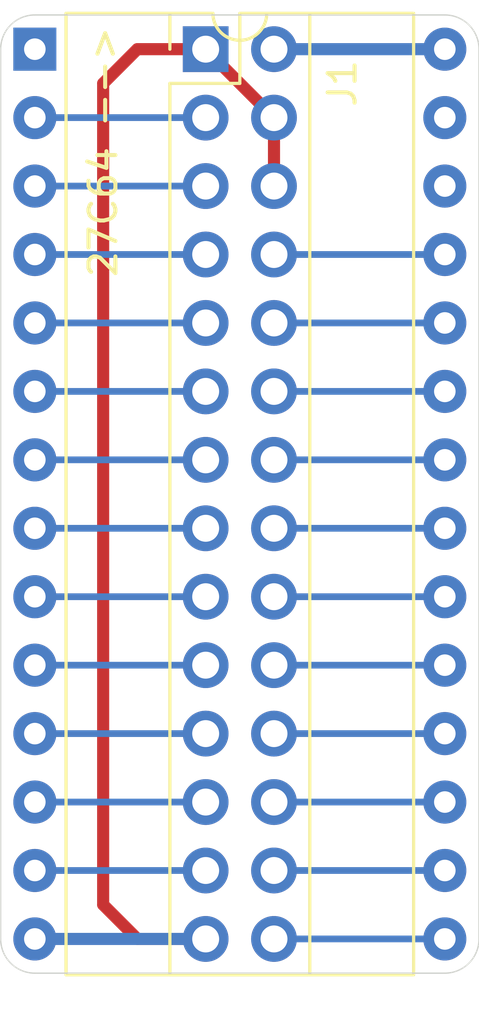
<source format=kicad_pcb>
(kicad_pcb (version 20171130) (host pcbnew 5.1.8-1.fc33)

  (general
    (thickness 1.6)
    (drawings 8)
    (tracks 34)
    (zones 0)
    (modules 2)
    (nets 26)
  )

  (page A4)
  (layers
    (0 F.Cu signal)
    (31 B.Cu signal)
    (32 B.Adhes user)
    (33 F.Adhes user)
    (34 B.Paste user)
    (35 F.Paste user)
    (36 B.SilkS user)
    (37 F.SilkS user)
    (38 B.Mask user)
    (39 F.Mask user)
    (40 Dwgs.User user)
    (41 Cmts.User user)
    (42 Eco1.User user)
    (43 Eco2.User user)
    (44 Edge.Cuts user)
    (45 Margin user)
    (46 B.CrtYd user)
    (47 F.CrtYd user)
    (48 B.Fab user)
    (49 F.Fab user)
  )

  (setup
    (last_trace_width 0.25)
    (trace_clearance 0.2)
    (zone_clearance 0.508)
    (zone_45_only no)
    (trace_min 0.2)
    (via_size 0.8)
    (via_drill 0.4)
    (via_min_size 0.4)
    (via_min_drill 0.3)
    (uvia_size 0.3)
    (uvia_drill 0.1)
    (uvias_allowed no)
    (uvia_min_size 0.2)
    (uvia_min_drill 0.1)
    (edge_width 0.05)
    (segment_width 0.2)
    (pcb_text_width 0.3)
    (pcb_text_size 1.5 1.5)
    (mod_edge_width 0.12)
    (mod_text_size 1 1)
    (mod_text_width 0.15)
    (pad_size 1.524 1.524)
    (pad_drill 0.762)
    (pad_to_mask_clearance 0)
    (aux_axis_origin 0 0)
    (visible_elements FFFFFF7F)
    (pcbplotparams
      (layerselection 0x010fc_ffffffff)
      (usegerberextensions false)
      (usegerberattributes true)
      (usegerberadvancedattributes true)
      (creategerberjobfile true)
      (excludeedgelayer true)
      (linewidth 0.100000)
      (plotframeref false)
      (viasonmask false)
      (mode 1)
      (useauxorigin false)
      (hpglpennumber 1)
      (hpglpenspeed 20)
      (hpglpendiameter 15.000000)
      (psnegative false)
      (psa4output false)
      (plotreference true)
      (plotvalue true)
      (plotinvisibletext false)
      (padsonsilk false)
      (subtractmaskfromsilk false)
      (outputformat 1)
      (mirror false)
      (drillshape 1)
      (scaleselection 1)
      (outputdirectory ""))
  )

  (net 0 "")
  (net 1 /D3)
  (net 2 GND)
  (net 3 /D4)
  (net 4 /D2)
  (net 5 /D5)
  (net 6 /D1)
  (net 7 /D6)
  (net 8 /D0)
  (net 9 /D7)
  (net 10 /A0)
  (net 11 /~CE)
  (net 12 /A1)
  (net 13 /A10)
  (net 14 /A2)
  (net 15 /~OE)
  (net 16 /A3)
  (net 17 /A11)
  (net 18 /A4)
  (net 19 /A9)
  (net 20 /A5)
  (net 21 /A8)
  (net 22 /A6)
  (net 23 /A7)
  (net 24 /A12)
  (net 25 /VCC_EXT)

  (net_class Default "This is the default net class."
    (clearance 0.2)
    (trace_width 0.25)
    (via_dia 0.8)
    (via_drill 0.4)
    (uvia_dia 0.3)
    (uvia_drill 0.1)
    (add_net /A0)
    (add_net /A1)
    (add_net /A10)
    (add_net /A11)
    (add_net /A12)
    (add_net /A2)
    (add_net /A3)
    (add_net /A4)
    (add_net /A5)
    (add_net /A6)
    (add_net /A7)
    (add_net /A8)
    (add_net /A9)
    (add_net /D0)
    (add_net /D1)
    (add_net /D2)
    (add_net /D3)
    (add_net /D4)
    (add_net /D5)
    (add_net /D6)
    (add_net /D7)
    (add_net /~CE)
    (add_net /~OE)
    (add_net "Net-(U1-Pad1)")
    (add_net "Net-(U1-Pad26)")
    (add_net "Net-(U1-Pad27)")
  )

  (net_class POWER ""
    (clearance 0.2)
    (trace_width 0.45)
    (via_dia 0.8)
    (via_drill 0.4)
    (uvia_dia 0.3)
    (uvia_drill 0.1)
    (add_net /VCC_EXT)
    (add_net GND)
  )

  (module Package_DIP:DIP-28_W15.24mm (layer F.Cu) (tedit 5A02E8C5) (tstamp 5FB9142D)
    (at 119.38 73.66)
    (descr "28-lead though-hole mounted DIP package, row spacing 15.24 mm (600 mils)")
    (tags "THT DIP DIL PDIP 2.54mm 15.24mm 600mil")
    (path /5FB92B71)
    (fp_text reference "27C64 -->" (at 2.54 3.81 90) (layer F.SilkS)
      (effects (font (size 1 1) (thickness 0.15)))
    )
    (fp_text value 27C64 (at 7.62 35.35) (layer F.Fab)
      (effects (font (size 1 1) (thickness 0.15)))
    )
    (fp_text user %R (at 7.62 16.51) (layer F.Fab)
      (effects (font (size 1 1) (thickness 0.15)))
    )
    (fp_arc (start 7.62 -1.33) (end 6.62 -1.33) (angle -180) (layer F.SilkS) (width 0.12))
    (fp_line (start 1.255 -1.27) (end 14.985 -1.27) (layer F.Fab) (width 0.1))
    (fp_line (start 14.985 -1.27) (end 14.985 34.29) (layer F.Fab) (width 0.1))
    (fp_line (start 14.985 34.29) (end 0.255 34.29) (layer F.Fab) (width 0.1))
    (fp_line (start 0.255 34.29) (end 0.255 -0.27) (layer F.Fab) (width 0.1))
    (fp_line (start 0.255 -0.27) (end 1.255 -1.27) (layer F.Fab) (width 0.1))
    (fp_line (start 6.62 -1.33) (end 1.16 -1.33) (layer F.SilkS) (width 0.12))
    (fp_line (start 1.16 -1.33) (end 1.16 34.35) (layer F.SilkS) (width 0.12))
    (fp_line (start 1.16 34.35) (end 14.08 34.35) (layer F.SilkS) (width 0.12))
    (fp_line (start 14.08 34.35) (end 14.08 -1.33) (layer F.SilkS) (width 0.12))
    (fp_line (start 14.08 -1.33) (end 8.62 -1.33) (layer F.SilkS) (width 0.12))
    (fp_line (start -1.05 -1.55) (end -1.05 34.55) (layer F.CrtYd) (width 0.05))
    (fp_line (start -1.05 34.55) (end 16.3 34.55) (layer F.CrtYd) (width 0.05))
    (fp_line (start 16.3 34.55) (end 16.3 -1.55) (layer F.CrtYd) (width 0.05))
    (fp_line (start 16.3 -1.55) (end -1.05 -1.55) (layer F.CrtYd) (width 0.05))
    (pad 28 thru_hole oval (at 15.24 0) (size 1.6 1.6) (drill 0.8) (layers *.Cu *.Mask)
      (net 25 /VCC_EXT))
    (pad 14 thru_hole oval (at 0 33.02) (size 1.6 1.6) (drill 0.8) (layers *.Cu *.Mask)
      (net 2 GND))
    (pad 27 thru_hole oval (at 15.24 2.54) (size 1.6 1.6) (drill 0.8) (layers *.Cu *.Mask))
    (pad 13 thru_hole oval (at 0 30.48) (size 1.6 1.6) (drill 0.8) (layers *.Cu *.Mask)
      (net 4 /D2))
    (pad 26 thru_hole oval (at 15.24 5.08) (size 1.6 1.6) (drill 0.8) (layers *.Cu *.Mask))
    (pad 12 thru_hole oval (at 0 27.94) (size 1.6 1.6) (drill 0.8) (layers *.Cu *.Mask)
      (net 6 /D1))
    (pad 25 thru_hole oval (at 15.24 7.62) (size 1.6 1.6) (drill 0.8) (layers *.Cu *.Mask)
      (net 21 /A8))
    (pad 11 thru_hole oval (at 0 25.4) (size 1.6 1.6) (drill 0.8) (layers *.Cu *.Mask)
      (net 8 /D0))
    (pad 24 thru_hole oval (at 15.24 10.16) (size 1.6 1.6) (drill 0.8) (layers *.Cu *.Mask)
      (net 19 /A9))
    (pad 10 thru_hole oval (at 0 22.86) (size 1.6 1.6) (drill 0.8) (layers *.Cu *.Mask)
      (net 10 /A0))
    (pad 23 thru_hole oval (at 15.24 12.7) (size 1.6 1.6) (drill 0.8) (layers *.Cu *.Mask)
      (net 17 /A11))
    (pad 9 thru_hole oval (at 0 20.32) (size 1.6 1.6) (drill 0.8) (layers *.Cu *.Mask)
      (net 12 /A1))
    (pad 22 thru_hole oval (at 15.24 15.24) (size 1.6 1.6) (drill 0.8) (layers *.Cu *.Mask)
      (net 15 /~OE))
    (pad 8 thru_hole oval (at 0 17.78) (size 1.6 1.6) (drill 0.8) (layers *.Cu *.Mask)
      (net 14 /A2))
    (pad 21 thru_hole oval (at 15.24 17.78) (size 1.6 1.6) (drill 0.8) (layers *.Cu *.Mask)
      (net 13 /A10))
    (pad 7 thru_hole oval (at 0 15.24) (size 1.6 1.6) (drill 0.8) (layers *.Cu *.Mask)
      (net 16 /A3))
    (pad 20 thru_hole oval (at 15.24 20.32) (size 1.6 1.6) (drill 0.8) (layers *.Cu *.Mask)
      (net 11 /~CE))
    (pad 6 thru_hole oval (at 0 12.7) (size 1.6 1.6) (drill 0.8) (layers *.Cu *.Mask)
      (net 18 /A4))
    (pad 19 thru_hole oval (at 15.24 22.86) (size 1.6 1.6) (drill 0.8) (layers *.Cu *.Mask)
      (net 9 /D7))
    (pad 5 thru_hole oval (at 0 10.16) (size 1.6 1.6) (drill 0.8) (layers *.Cu *.Mask)
      (net 20 /A5))
    (pad 18 thru_hole oval (at 15.24 25.4) (size 1.6 1.6) (drill 0.8) (layers *.Cu *.Mask)
      (net 7 /D6))
    (pad 4 thru_hole oval (at 0 7.62) (size 1.6 1.6) (drill 0.8) (layers *.Cu *.Mask)
      (net 22 /A6))
    (pad 17 thru_hole oval (at 15.24 27.94) (size 1.6 1.6) (drill 0.8) (layers *.Cu *.Mask)
      (net 5 /D5))
    (pad 3 thru_hole oval (at 0 5.08) (size 1.6 1.6) (drill 0.8) (layers *.Cu *.Mask)
      (net 23 /A7))
    (pad 16 thru_hole oval (at 15.24 30.48) (size 1.6 1.6) (drill 0.8) (layers *.Cu *.Mask)
      (net 3 /D4))
    (pad 2 thru_hole oval (at 0 2.54) (size 1.6 1.6) (drill 0.8) (layers *.Cu *.Mask)
      (net 24 /A12))
    (pad 15 thru_hole oval (at 15.24 33.02) (size 1.6 1.6) (drill 0.8) (layers *.Cu *.Mask)
      (net 1 /D3))
    (pad 1 thru_hole rect (at 0 0) (size 1.6 1.6) (drill 0.8) (layers *.Cu *.Mask))
    (model ${KISYS3DMOD}/Package_DIP.3dshapes/DIP-28_W15.24mm.wrl
      (at (xyz 0 0 0))
      (scale (xyz 1 1 1))
      (rotate (xyz 0 0 0))
    )
  )

  (module Connector_PinHeader_2.54mm:PinHeader_2x14_P2.54mm_Vertical (layer F.Cu) (tedit 59FED5CC) (tstamp 5FB63764)
    (at 125.73 73.66)
    (descr "Through hole straight pin header, 2x14, 2.54mm pitch, double rows")
    (tags "Through hole pin header THT 2x14 2.54mm double row")
    (path /5FB64E05)
    (fp_text reference J1 (at 5.08 1.27 -90) (layer F.SilkS)
      (effects (font (size 1 1) (thickness 0.15)))
    )
    (fp_text value Adapter (at 1.27 35.35) (layer F.Fab)
      (effects (font (size 1 1) (thickness 0.15)))
    )
    (fp_line (start 0 -1.27) (end 3.81 -1.27) (layer F.Fab) (width 0.1))
    (fp_line (start 3.81 -1.27) (end 3.81 34.29) (layer F.Fab) (width 0.1))
    (fp_line (start 3.81 34.29) (end -1.27 34.29) (layer F.Fab) (width 0.1))
    (fp_line (start -1.27 34.29) (end -1.27 0) (layer F.Fab) (width 0.1))
    (fp_line (start -1.27 0) (end 0 -1.27) (layer F.Fab) (width 0.1))
    (fp_line (start -1.33 34.35) (end 3.87 34.35) (layer F.SilkS) (width 0.12))
    (fp_line (start -1.33 1.27) (end -1.33 34.35) (layer F.SilkS) (width 0.12))
    (fp_line (start 3.87 -1.33) (end 3.87 34.35) (layer F.SilkS) (width 0.12))
    (fp_line (start -1.33 1.27) (end 1.27 1.27) (layer F.SilkS) (width 0.12))
    (fp_line (start 1.27 1.27) (end 1.27 -1.33) (layer F.SilkS) (width 0.12))
    (fp_line (start 1.27 -1.33) (end 3.87 -1.33) (layer F.SilkS) (width 0.12))
    (fp_line (start -1.33 0) (end -1.33 -1.33) (layer F.SilkS) (width 0.12))
    (fp_line (start -1.33 -1.33) (end 0 -1.33) (layer F.SilkS) (width 0.12))
    (fp_line (start -1.8 -1.8) (end -1.8 34.8) (layer F.CrtYd) (width 0.05))
    (fp_line (start -1.8 34.8) (end 4.35 34.8) (layer F.CrtYd) (width 0.05))
    (fp_line (start 4.35 34.8) (end 4.35 -1.8) (layer F.CrtYd) (width 0.05))
    (fp_line (start 4.35 -1.8) (end -1.8 -1.8) (layer F.CrtYd) (width 0.05))
    (fp_text user %R (at 1.27 16.51 90) (layer F.Fab)
      (effects (font (size 1 1) (thickness 0.15)))
    )
    (pad 28 thru_hole oval (at 2.54 33.02) (size 1.7 1.7) (drill 1) (layers *.Cu *.Mask)
      (net 1 /D3))
    (pad 27 thru_hole oval (at 0 33.02) (size 1.7 1.7) (drill 1) (layers *.Cu *.Mask)
      (net 2 GND))
    (pad 26 thru_hole oval (at 2.54 30.48) (size 1.7 1.7) (drill 1) (layers *.Cu *.Mask)
      (net 3 /D4))
    (pad 25 thru_hole oval (at 0 30.48) (size 1.7 1.7) (drill 1) (layers *.Cu *.Mask)
      (net 4 /D2))
    (pad 24 thru_hole oval (at 2.54 27.94) (size 1.7 1.7) (drill 1) (layers *.Cu *.Mask)
      (net 5 /D5))
    (pad 23 thru_hole oval (at 0 27.94) (size 1.7 1.7) (drill 1) (layers *.Cu *.Mask)
      (net 6 /D1))
    (pad 22 thru_hole oval (at 2.54 25.4) (size 1.7 1.7) (drill 1) (layers *.Cu *.Mask)
      (net 7 /D6))
    (pad 21 thru_hole oval (at 0 25.4) (size 1.7 1.7) (drill 1) (layers *.Cu *.Mask)
      (net 8 /D0))
    (pad 20 thru_hole oval (at 2.54 22.86) (size 1.7 1.7) (drill 1) (layers *.Cu *.Mask)
      (net 9 /D7))
    (pad 19 thru_hole oval (at 0 22.86) (size 1.7 1.7) (drill 1) (layers *.Cu *.Mask)
      (net 10 /A0))
    (pad 18 thru_hole oval (at 2.54 20.32) (size 1.7 1.7) (drill 1) (layers *.Cu *.Mask)
      (net 11 /~CE))
    (pad 17 thru_hole oval (at 0 20.32) (size 1.7 1.7) (drill 1) (layers *.Cu *.Mask)
      (net 12 /A1))
    (pad 16 thru_hole oval (at 2.54 17.78) (size 1.7 1.7) (drill 1) (layers *.Cu *.Mask)
      (net 13 /A10))
    (pad 15 thru_hole oval (at 0 17.78) (size 1.7 1.7) (drill 1) (layers *.Cu *.Mask)
      (net 14 /A2))
    (pad 14 thru_hole oval (at 2.54 15.24) (size 1.7 1.7) (drill 1) (layers *.Cu *.Mask)
      (net 15 /~OE))
    (pad 13 thru_hole oval (at 0 15.24) (size 1.7 1.7) (drill 1) (layers *.Cu *.Mask)
      (net 16 /A3))
    (pad 12 thru_hole oval (at 2.54 12.7) (size 1.7 1.7) (drill 1) (layers *.Cu *.Mask)
      (net 17 /A11))
    (pad 11 thru_hole oval (at 0 12.7) (size 1.7 1.7) (drill 1) (layers *.Cu *.Mask)
      (net 18 /A4))
    (pad 10 thru_hole oval (at 2.54 10.16) (size 1.7 1.7) (drill 1) (layers *.Cu *.Mask)
      (net 19 /A9))
    (pad 9 thru_hole oval (at 0 10.16) (size 1.7 1.7) (drill 1) (layers *.Cu *.Mask)
      (net 20 /A5))
    (pad 8 thru_hole oval (at 2.54 7.62) (size 1.7 1.7) (drill 1) (layers *.Cu *.Mask)
      (net 21 /A8))
    (pad 7 thru_hole oval (at 0 7.62) (size 1.7 1.7) (drill 1) (layers *.Cu *.Mask)
      (net 22 /A6))
    (pad 6 thru_hole oval (at 2.54 5.08) (size 1.7 1.7) (drill 1) (layers *.Cu *.Mask)
      (net 2 GND))
    (pad 5 thru_hole oval (at 0 5.08) (size 1.7 1.7) (drill 1) (layers *.Cu *.Mask)
      (net 23 /A7))
    (pad 4 thru_hole oval (at 2.54 2.54) (size 1.7 1.7) (drill 1) (layers *.Cu *.Mask)
      (net 2 GND))
    (pad 3 thru_hole oval (at 0 2.54) (size 1.7 1.7) (drill 1) (layers *.Cu *.Mask)
      (net 24 /A12))
    (pad 2 thru_hole oval (at 2.54 0) (size 1.7 1.7) (drill 1) (layers *.Cu *.Mask)
      (net 25 /VCC_EXT))
    (pad 1 thru_hole rect (at 0 0) (size 1.7 1.7) (drill 1) (layers *.Cu *.Mask)
      (net 2 GND))
    (model ${KISYS3DMOD}/Connector_PinHeader_2.54mm.3dshapes/PinHeader_2x14_P2.54mm_Vertical.wrl
      (at (xyz 0 0 0))
      (scale (xyz 1 1 1))
      (rotate (xyz 0 0 0))
    )
  )

  (gr_line (start 119.38 107.95) (end 134.62 107.95) (layer Edge.Cuts) (width 0.05) (tstamp 5FB63A42))
  (gr_line (start 118.11 73.66) (end 118.11 106.68) (layer Edge.Cuts) (width 0.05) (tstamp 5FB63A41))
  (gr_line (start 134.62 72.39) (end 119.38 72.39) (layer Edge.Cuts) (width 0.05) (tstamp 5FB63A40))
  (gr_line (start 135.89 106.68) (end 135.89 73.66) (layer Edge.Cuts) (width 0.05) (tstamp 5FB63A3F))
  (gr_arc (start 134.62 106.68) (end 134.62 107.95) (angle -90) (layer Edge.Cuts) (width 0.05))
  (gr_arc (start 119.38 106.68) (end 118.11 106.68) (angle -90) (layer Edge.Cuts) (width 0.05))
  (gr_arc (start 134.62 73.66) (end 135.89 73.66) (angle -90) (layer Edge.Cuts) (width 0.05))
  (gr_arc (start 119.38 73.66) (end 119.38 72.39) (angle -90) (layer Edge.Cuts) (width 0.05))

  (segment (start 128.27 106.68) (end 134.72 106.68) (width 0.25) (layer B.Cu) (net 1))
  (segment (start 125.73 106.68) (end 119.48 106.68) (width 0.45) (layer B.Cu) (net 2))
  (segment (start 125.73 106.68) (end 123.19 106.68) (width 0.45) (layer F.Cu) (net 2))
  (segment (start 123.19 106.68) (end 121.92 105.41) (width 0.45) (layer F.Cu) (net 2))
  (segment (start 121.92 105.41) (end 121.92 74.93) (width 0.45) (layer F.Cu) (net 2))
  (segment (start 121.92 74.93) (end 123.19 73.66) (width 0.45) (layer F.Cu) (net 2))
  (segment (start 123.19 73.66) (end 125.73 73.66) (width 0.45) (layer F.Cu) (net 2))
  (segment (start 128.27 78.74) (end 128.27 76.2) (width 0.45) (layer F.Cu) (net 2))
  (segment (start 128.27 76.2) (end 125.73 73.66) (width 0.45) (layer F.Cu) (net 2))
  (segment (start 134.72 104.14) (end 128.27 104.14) (width 0.25) (layer B.Cu) (net 3))
  (segment (start 120.354998 104.14) (end 119.48 104.14) (width 0.25) (layer B.Cu) (net 4))
  (segment (start 125.73 104.14) (end 120.354998 104.14) (width 0.25) (layer B.Cu) (net 4))
  (segment (start 128.27 101.6) (end 134.72 101.6) (width 0.25) (layer B.Cu) (net 5))
  (segment (start 125.73 101.6) (end 119.48 101.6) (width 0.25) (layer B.Cu) (net 6))
  (segment (start 134.72 99.06) (end 128.27 99.06) (width 0.25) (layer B.Cu) (net 7))
  (segment (start 120.354998 99.06) (end 119.48 99.06) (width 0.25) (layer B.Cu) (net 8))
  (segment (start 125.73 99.06) (end 120.354998 99.06) (width 0.25) (layer B.Cu) (net 8))
  (segment (start 128.27 96.52) (end 134.72 96.52) (width 0.25) (layer B.Cu) (net 9))
  (segment (start 125.73 96.52) (end 119.48 96.52) (width 0.25) (layer B.Cu) (net 10))
  (segment (start 134.72 93.98) (end 128.27 93.98) (width 0.25) (layer B.Cu) (net 11))
  (segment (start 125.73 93.98) (end 119.48 93.98) (width 0.25) (layer B.Cu) (net 12))
  (segment (start 128.27 91.44) (end 134.72 91.44) (width 0.25) (layer B.Cu) (net 13))
  (segment (start 125.73 91.44) (end 119.48 91.44) (width 0.25) (layer B.Cu) (net 14))
  (segment (start 134.72 88.9) (end 128.27 88.9) (width 0.25) (layer B.Cu) (net 15))
  (segment (start 125.73 88.9) (end 119.48 88.9) (width 0.25) (layer B.Cu) (net 16))
  (segment (start 128.27 86.36) (end 134.72 86.36) (width 0.25) (layer B.Cu) (net 17))
  (segment (start 125.73 86.36) (end 119.48 86.36) (width 0.25) (layer B.Cu) (net 18))
  (segment (start 134.72 83.82) (end 128.27 83.82) (width 0.25) (layer B.Cu) (net 19))
  (segment (start 125.73 83.82) (end 119.48 83.82) (width 0.25) (layer B.Cu) (net 20))
  (segment (start 128.27 81.28) (end 134.72 81.28) (width 0.25) (layer B.Cu) (net 21))
  (segment (start 125.73 81.28) (end 119.48 81.28) (width 0.25) (layer B.Cu) (net 22))
  (segment (start 125.73 78.74) (end 119.48 78.74) (width 0.25) (layer B.Cu) (net 23))
  (segment (start 125.73 76.2) (end 119.48 76.2) (width 0.25) (layer B.Cu) (net 24))
  (segment (start 134.72 73.66) (end 128.27 73.66) (width 0.45) (layer B.Cu) (net 25))

)

</source>
